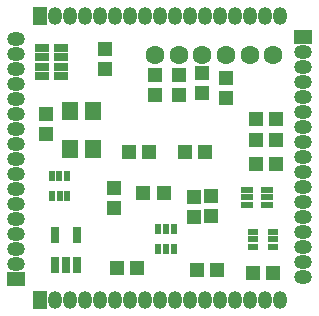
<source format=gbr>
G04 DipTrace 3.3.1.3*
G04 TopMask.gbr*
%MOMM*%
G04 #@! TF.FileFunction,Soldermask,Top*
G04 #@! TF.Part,Single*
%AMOUTLINE1*
4,1,40,
0.70008,0.58439,
0.69709,0.61827,
0.68719,0.65534,
0.67094,0.69022,
0.64888,0.72171,
0.62171,0.74888,
0.59022,0.77094,
0.55534,0.78719,
0.51827,0.79709,
0.48439,0.80008,
-0.48439,0.80008,
-0.51827,0.79709,
-0.55534,0.78719,
-0.59022,0.77094,
-0.62171,0.74888,
-0.64888,0.72171,
-0.67094,0.69022,
-0.68719,0.65534,
-0.69709,0.61827,
-0.70008,0.58439,
-0.70008,-0.58439,
-0.69709,-0.61827,
-0.68719,-0.65534,
-0.67094,-0.69022,
-0.64888,-0.72171,
-0.62171,-0.74888,
-0.59022,-0.77094,
-0.55534,-0.78719,
-0.51827,-0.79709,
-0.48439,-0.80008,
0.48439,-0.80008,
0.51827,-0.79709,
0.55534,-0.78719,
0.59022,-0.77094,
0.62171,-0.74888,
0.64888,-0.72171,
0.67094,-0.69022,
0.68719,-0.65534,
0.69709,-0.61827,
0.70008,-0.58439,
0.70008,0.58439,
0*%
%ADD42R,0.75015X1.40015*%
%ADD48R,1.25015X0.65015*%
%ADD50C,1.60015*%
%ADD52O,1.20015X1.50015*%
%ADD54R,1.20015X1.50015*%
%ADD56O,1.50015X1.20015*%
%ADD58R,1.50015X1.20015*%
%ADD60R,1.00015X0.55015*%
%ADD62R,0.60015X0.90015*%
%ADD64R,0.90015X0.60015*%
%ADD66R,1.20015X1.30015*%
%ADD68R,1.30015X1.20015*%
%ADD72OUTLINE1*%
%FSLAX35Y35*%
G04*
G71*
G90*
G75*
G01*
G04 TopMask*
%LPD*%
D72*
X1574998Y2724998D3*
X1774998D3*
X1574998Y2399998D3*
X1774998D3*
D68*
X2199998Y2024998D3*
X2369998D3*
X2244998Y2374998D3*
X2074998D3*
D66*
X1949998Y1899998D3*
Y2069998D3*
D68*
X1974998Y1390998D3*
X2144998D3*
X2549998Y2374998D3*
X2719998D3*
D66*
X2624998Y1824998D3*
Y1994998D3*
D68*
X2649998Y1374998D3*
X2819998D3*
D66*
X1874998Y3074998D3*
Y3244998D3*
X1374998Y2524998D3*
Y2694998D3*
D64*
X3124998Y1699998D3*
Y1634998D3*
Y1569998D3*
X3294998D3*
Y1699998D3*
Y1636498D3*
D62*
X2324998Y1549998D3*
X2389998D3*
X2454998D3*
Y1719998D3*
X2324998D3*
X2388498D3*
D60*
X3249998Y1924998D3*
Y1989998D3*
Y2054998D3*
X3079998D3*
Y1989998D3*
Y1924998D3*
D58*
X1124998Y1299998D3*
D56*
Y1426998D3*
Y1553998D3*
Y1680998D3*
Y1807998D3*
Y1934998D3*
Y2061998D3*
Y2188998D3*
Y2315998D3*
Y2442998D3*
Y2569998D3*
Y2696998D3*
Y2823998D3*
Y2950998D3*
Y3077998D3*
Y3204998D3*
Y3331998D3*
D58*
X3549998Y3349998D3*
D56*
Y3222998D3*
Y3095998D3*
Y2968998D3*
Y2841998D3*
Y2714998D3*
Y2587998D3*
Y2460998D3*
Y2333998D3*
Y2206998D3*
Y2079998D3*
Y1952998D3*
Y1825998D3*
Y1698998D3*
Y1571998D3*
Y1444998D3*
Y1317998D3*
D54*
X1324998Y3524998D3*
D52*
X1451998D3*
X1578998D3*
X1705998D3*
X1832998D3*
X1959998D3*
X2086998D3*
X2213998D3*
X2340998D3*
X2467998D3*
X2594998D3*
X2721998D3*
X2848998D3*
X2975998D3*
X3102998D3*
X3229998D3*
X3356998D3*
D54*
X1324998Y1124998D3*
D52*
X1451998D3*
X1578998D3*
X1705998D3*
X1832998D3*
X1959998D3*
X2086998D3*
X2213998D3*
X2340998D3*
X2467998D3*
X2594998D3*
X2721998D3*
X2848998D3*
X2975998D3*
X3102998D3*
X3229998D3*
X3356998D3*
D50*
X2299998Y3199998D3*
X2499998D3*
X2699998D3*
X2899998D3*
X3099998D3*
X3299998D3*
D66*
X2774998Y1999998D3*
Y1829998D3*
D68*
X3324998Y2274998D3*
X3154998D3*
X3299998Y1349998D3*
X3129998D3*
D62*
X1424998Y1999998D3*
X1489998D3*
X1554998D3*
Y2169998D3*
X1424998D3*
X1488498D3*
D66*
X2299998Y3024998D3*
Y2854998D3*
X2499998Y3024998D3*
Y2854998D3*
X2899998Y2999998D3*
Y2829998D3*
X2699998Y2874998D3*
Y3044998D3*
D48*
X1499998Y3015998D3*
Y3095998D3*
Y3175998D3*
Y3255998D3*
X1339998D3*
Y3175998D3*
Y3095998D3*
Y3015998D3*
D42*
X1449998Y1415998D3*
X1544998D3*
X1639998D3*
Y1675998D3*
X1449998D3*
D68*
X3149998Y2649998D3*
X3319998D3*
X3149998Y2474998D3*
X3319998D3*
M02*

</source>
